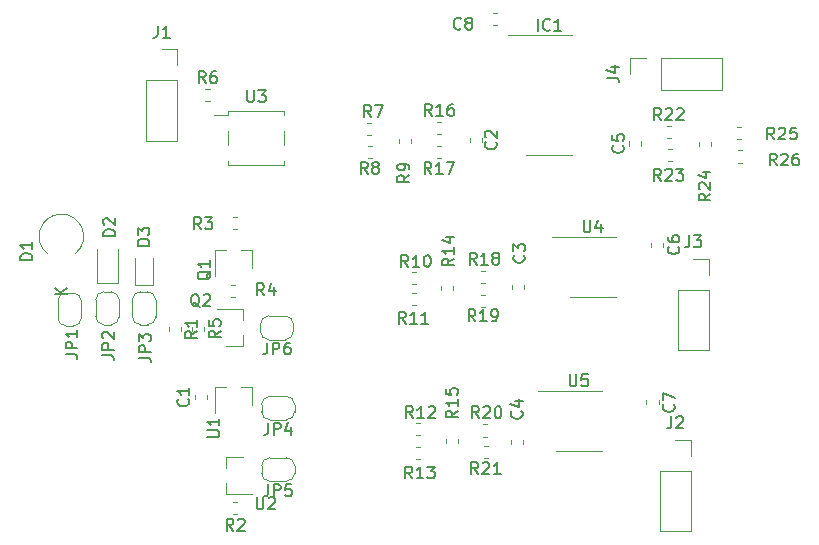
<source format=gto>
G04 #@! TF.GenerationSoftware,KiCad,Pcbnew,(5.1.5-0)*
G04 #@! TF.CreationDate,2021-08-17T13:30:23-06:00*
G04 #@! TF.ProjectId,HX711_710_711_720,48583731-315f-4373-9130-5f3731315f37,rev?*
G04 #@! TF.SameCoordinates,Original*
G04 #@! TF.FileFunction,Legend,Top*
G04 #@! TF.FilePolarity,Positive*
%FSLAX46Y46*%
G04 Gerber Fmt 4.6, Leading zero omitted, Abs format (unit mm)*
G04 Created by KiCad (PCBNEW (5.1.5-0)) date 2021-08-17 13:30:23*
%MOMM*%
%LPD*%
G04 APERTURE LIST*
%ADD10C,0.120000*%
%ADD11C,0.150000*%
G04 APERTURE END LIST*
D10*
X153371267Y-51890000D02*
X153028733Y-51890000D01*
X153371267Y-52910000D02*
X153028733Y-52910000D01*
X160300000Y-83840000D02*
X156850000Y-83840000D01*
X160300000Y-83840000D02*
X162250000Y-83840000D01*
X160300000Y-88960000D02*
X158350000Y-88960000D01*
X160300000Y-88960000D02*
X162250000Y-88960000D01*
X161475000Y-70805000D02*
X158025000Y-70805000D01*
X161475000Y-70805000D02*
X163425000Y-70805000D01*
X161475000Y-75925000D02*
X159525000Y-75925000D01*
X161475000Y-75925000D02*
X163425000Y-75925000D01*
X135350000Y-63050000D02*
X135350000Y-61810000D01*
X130650000Y-63050000D02*
X130650000Y-61810000D01*
X130650000Y-60480000D02*
X130650000Y-60130000D01*
X130650000Y-60130000D02*
X135350000Y-60130000D01*
X135350000Y-60130000D02*
X135350000Y-60480000D01*
X130650000Y-60480000D02*
X129400000Y-60480000D01*
X130650000Y-64380000D02*
X130650000Y-64730000D01*
X130650000Y-64730000D02*
X135350000Y-64730000D01*
X135350000Y-64730000D02*
X135350000Y-64380000D01*
X130440000Y-89420000D02*
X131900000Y-89420000D01*
X130440000Y-92580000D02*
X132600000Y-92580000D01*
X130440000Y-92580000D02*
X130440000Y-91650000D01*
X130440000Y-89420000D02*
X130440000Y-90350000D01*
X132680000Y-83540000D02*
X132680000Y-85000000D01*
X129520000Y-83540000D02*
X129520000Y-85700000D01*
X129520000Y-83540000D02*
X130450000Y-83540000D01*
X132680000Y-83540000D02*
X131750000Y-83540000D01*
X173753733Y-64510000D02*
X174096267Y-64510000D01*
X173753733Y-63490000D02*
X174096267Y-63490000D01*
X173728733Y-62510000D02*
X174071267Y-62510000D01*
X173728733Y-61490000D02*
X174071267Y-61490000D01*
X170490000Y-62753733D02*
X170490000Y-63096267D01*
X171510000Y-62753733D02*
X171510000Y-63096267D01*
X167853733Y-64410000D02*
X168196267Y-64410000D01*
X167853733Y-63390000D02*
X168196267Y-63390000D01*
X167753733Y-62410000D02*
X168096267Y-62410000D01*
X167753733Y-61390000D02*
X168096267Y-61390000D01*
X152596267Y-88490000D02*
X152253733Y-88490000D01*
X152596267Y-89510000D02*
X152253733Y-89510000D01*
X152571267Y-86690000D02*
X152228733Y-86690000D01*
X152571267Y-87710000D02*
X152228733Y-87710000D01*
X152346267Y-75690000D02*
X152003733Y-75690000D01*
X152346267Y-76710000D02*
X152003733Y-76710000D01*
X152346267Y-73690000D02*
X152003733Y-73690000D01*
X152346267Y-74710000D02*
X152003733Y-74710000D01*
X148646267Y-63090000D02*
X148303733Y-63090000D01*
X148646267Y-64110000D02*
X148303733Y-64110000D01*
X148646267Y-61090000D02*
X148303733Y-61090000D01*
X148646267Y-62110000D02*
X148303733Y-62110000D01*
X149090000Y-87928733D02*
X149090000Y-88271267D01*
X150110000Y-87928733D02*
X150110000Y-88271267D01*
X148640000Y-75003733D02*
X148640000Y-75346267D01*
X149660000Y-75003733D02*
X149660000Y-75346267D01*
X146896267Y-88590000D02*
X146553733Y-88590000D01*
X146896267Y-89610000D02*
X146553733Y-89610000D01*
X146896267Y-86590000D02*
X146553733Y-86590000D01*
X146896267Y-87610000D02*
X146553733Y-87610000D01*
X146546267Y-75590000D02*
X146203733Y-75590000D01*
X146546267Y-76610000D02*
X146203733Y-76610000D01*
X146546267Y-73790000D02*
X146203733Y-73790000D01*
X146546267Y-74810000D02*
X146203733Y-74810000D01*
X145090000Y-62528733D02*
X145090000Y-62871267D01*
X146110000Y-62528733D02*
X146110000Y-62871267D01*
X142771267Y-63090000D02*
X142428733Y-63090000D01*
X142771267Y-64110000D02*
X142428733Y-64110000D01*
X142746267Y-61190000D02*
X142403733Y-61190000D01*
X142746267Y-62210000D02*
X142403733Y-62210000D01*
X128703734Y-59275001D02*
X129046268Y-59275001D01*
X128703734Y-58255001D02*
X129046268Y-58255001D01*
X127590000Y-78403733D02*
X127590000Y-78746267D01*
X128610000Y-78403733D02*
X128610000Y-78746267D01*
X131196267Y-74890000D02*
X130853733Y-74890000D01*
X131196267Y-75910000D02*
X130853733Y-75910000D01*
X131371267Y-69090000D02*
X131028733Y-69090000D01*
X131371267Y-70110000D02*
X131028733Y-70110000D01*
X131396267Y-93290000D02*
X131053733Y-93290000D01*
X131396267Y-94310000D02*
X131053733Y-94310000D01*
X125590000Y-78453733D02*
X125590000Y-78796267D01*
X126610000Y-78453733D02*
X126610000Y-78796267D01*
X131860000Y-80080000D02*
X130400000Y-80080000D01*
X131860000Y-76920000D02*
X129700000Y-76920000D01*
X131860000Y-76920000D02*
X131860000Y-77850000D01*
X131860000Y-80080000D02*
X131860000Y-79150000D01*
X132680000Y-71940000D02*
X132680000Y-73400000D01*
X129520000Y-71940000D02*
X129520000Y-74100000D01*
X129520000Y-71940000D02*
X130450000Y-71940000D01*
X132680000Y-71940000D02*
X131750000Y-71940000D01*
X135450000Y-79500000D02*
X134050000Y-79500000D01*
X133350000Y-78800000D02*
X133350000Y-78200000D01*
X134050000Y-77500000D02*
X135450000Y-77500000D01*
X136150000Y-78200000D02*
X136150000Y-78800000D01*
X136150000Y-78800000D02*
G75*
G02X135450000Y-79500000I-700000J0D01*
G01*
X135450000Y-77500000D02*
G75*
G02X136150000Y-78200000I0J-700000D01*
G01*
X133350000Y-78200000D02*
G75*
G02X134050000Y-77500000I700000J0D01*
G01*
X134050000Y-79500000D02*
G75*
G02X133350000Y-78800000I0J700000D01*
G01*
X135550000Y-91500000D02*
X134150000Y-91500000D01*
X133450000Y-90800000D02*
X133450000Y-90200000D01*
X134150000Y-89500000D02*
X135550000Y-89500000D01*
X136250000Y-90200000D02*
X136250000Y-90800000D01*
X136250000Y-90800000D02*
G75*
G02X135550000Y-91500000I-700000J0D01*
G01*
X135550000Y-89500000D02*
G75*
G02X136250000Y-90200000I0J-700000D01*
G01*
X133450000Y-90200000D02*
G75*
G02X134150000Y-89500000I700000J0D01*
G01*
X134150000Y-91500000D02*
G75*
G02X133450000Y-90800000I0J700000D01*
G01*
X135550000Y-86300000D02*
X134150000Y-86300000D01*
X133450000Y-85600000D02*
X133450000Y-85000000D01*
X134150000Y-84300000D02*
X135550000Y-84300000D01*
X136250000Y-85000000D02*
X136250000Y-85600000D01*
X136250000Y-85600000D02*
G75*
G02X135550000Y-86300000I-700000J0D01*
G01*
X135550000Y-84300000D02*
G75*
G02X136250000Y-85000000I0J-700000D01*
G01*
X133450000Y-85000000D02*
G75*
G02X134150000Y-84300000I700000J0D01*
G01*
X134150000Y-86300000D02*
G75*
G02X133450000Y-85600000I0J700000D01*
G01*
X124500000Y-76150000D02*
X124500000Y-77550000D01*
X123800000Y-78250000D02*
X123200000Y-78250000D01*
X122500000Y-77550000D02*
X122500000Y-76150000D01*
X123200000Y-75450000D02*
X123800000Y-75450000D01*
X123800000Y-75450000D02*
G75*
G02X124500000Y-76150000I0J-700000D01*
G01*
X122500000Y-76150000D02*
G75*
G02X123200000Y-75450000I700000J0D01*
G01*
X123200000Y-78250000D02*
G75*
G02X122500000Y-77550000I0J700000D01*
G01*
X124500000Y-77550000D02*
G75*
G02X123800000Y-78250000I-700000J0D01*
G01*
X121400000Y-76150000D02*
X121400000Y-77550000D01*
X120700000Y-78250000D02*
X120100000Y-78250000D01*
X119400000Y-77550000D02*
X119400000Y-76150000D01*
X120100000Y-75450000D02*
X120700000Y-75450000D01*
X120700000Y-75450000D02*
G75*
G02X121400000Y-76150000I0J-700000D01*
G01*
X119400000Y-76150000D02*
G75*
G02X120100000Y-75450000I700000J0D01*
G01*
X120100000Y-78250000D02*
G75*
G02X119400000Y-77550000I0J700000D01*
G01*
X121400000Y-77550000D02*
G75*
G02X120700000Y-78250000I-700000J0D01*
G01*
X118200000Y-76250000D02*
X118200000Y-77650000D01*
X117500000Y-78350000D02*
X116900000Y-78350000D01*
X116200000Y-77650000D02*
X116200000Y-76250000D01*
X116900000Y-75550000D02*
X117500000Y-75550000D01*
X117500000Y-75550000D02*
G75*
G02X118200000Y-76250000I0J-700000D01*
G01*
X116200000Y-76250000D02*
G75*
G02X116900000Y-75550000I700000J0D01*
G01*
X116900000Y-78350000D02*
G75*
G02X116200000Y-77650000I0J700000D01*
G01*
X118200000Y-77650000D02*
G75*
G02X117500000Y-78350000I-700000J0D01*
G01*
X164670000Y-57000000D02*
X164670000Y-55670000D01*
X164670000Y-55670000D02*
X166000000Y-55670000D01*
X167270000Y-55670000D02*
X172410000Y-55670000D01*
X172410000Y-58330000D02*
X172410000Y-55670000D01*
X167270000Y-58330000D02*
X172410000Y-58330000D01*
X167270000Y-58330000D02*
X167270000Y-55670000D01*
X170000000Y-72670000D02*
X171330000Y-72670000D01*
X171330000Y-72670000D02*
X171330000Y-74000000D01*
X171330000Y-75270000D02*
X171330000Y-80410000D01*
X168670000Y-80410000D02*
X171330000Y-80410000D01*
X168670000Y-75270000D02*
X168670000Y-80410000D01*
X168670000Y-75270000D02*
X171330000Y-75270000D01*
X168475001Y-87995001D02*
X169805001Y-87995001D01*
X169805001Y-87995001D02*
X169805001Y-89325001D01*
X169805001Y-90595001D02*
X169805001Y-95735001D01*
X167145001Y-95735001D02*
X169805001Y-95735001D01*
X167145001Y-90595001D02*
X167145001Y-95735001D01*
X167145001Y-90595001D02*
X169805001Y-90595001D01*
X125000000Y-54940000D02*
X126330000Y-54940000D01*
X126330000Y-54940000D02*
X126330000Y-56270000D01*
X126330000Y-57540000D02*
X126330000Y-62680000D01*
X123670000Y-62680000D02*
X126330000Y-62680000D01*
X123670000Y-57540000D02*
X123670000Y-62680000D01*
X123670000Y-57540000D02*
X126330000Y-57540000D01*
X157800000Y-53740000D02*
X154350000Y-53740000D01*
X157800000Y-53740000D02*
X159750000Y-53740000D01*
X157800000Y-63860000D02*
X155850000Y-63860000D01*
X157800000Y-63860000D02*
X159750000Y-63860000D01*
X124235000Y-74872500D02*
X124235000Y-72587500D01*
X122765000Y-74872500D02*
X124235000Y-74872500D01*
X122765000Y-72587500D02*
X122765000Y-74872500D01*
X121310000Y-74747500D02*
X121310000Y-71862500D01*
X119490000Y-74747500D02*
X121310000Y-74747500D01*
X119490000Y-71862500D02*
X119490000Y-74747500D01*
X117694732Y-72216371D02*
G75*
G03X115380000Y-72274596I-1194732J1456371D01*
G01*
X166040000Y-84653733D02*
X166040000Y-84996267D01*
X167060000Y-84653733D02*
X167060000Y-84996267D01*
X166440000Y-71303733D02*
X166440000Y-71646267D01*
X167460000Y-71303733D02*
X167460000Y-71646267D01*
X165610000Y-63071267D02*
X165610000Y-62728733D01*
X164590000Y-63071267D02*
X164590000Y-62728733D01*
X155610000Y-88371267D02*
X155610000Y-88028733D01*
X154590000Y-88371267D02*
X154590000Y-88028733D01*
X155710000Y-75196267D02*
X155710000Y-74853733D01*
X154690000Y-75196267D02*
X154690000Y-74853733D01*
X152110000Y-62771267D02*
X152110000Y-62428733D01*
X151090000Y-62771267D02*
X151090000Y-62428733D01*
X128810000Y-84546267D02*
X128810000Y-84203733D01*
X127790000Y-84546267D02*
X127790000Y-84203733D01*
D11*
X150333333Y-53157142D02*
X150285714Y-53204761D01*
X150142857Y-53252380D01*
X150047619Y-53252380D01*
X149904761Y-53204761D01*
X149809523Y-53109523D01*
X149761904Y-53014285D01*
X149714285Y-52823809D01*
X149714285Y-52680952D01*
X149761904Y-52490476D01*
X149809523Y-52395238D01*
X149904761Y-52300000D01*
X150047619Y-52252380D01*
X150142857Y-52252380D01*
X150285714Y-52300000D01*
X150333333Y-52347619D01*
X150904761Y-52680952D02*
X150809523Y-52633333D01*
X150761904Y-52585714D01*
X150714285Y-52490476D01*
X150714285Y-52442857D01*
X150761904Y-52347619D01*
X150809523Y-52300000D01*
X150904761Y-52252380D01*
X151095238Y-52252380D01*
X151190476Y-52300000D01*
X151238095Y-52347619D01*
X151285714Y-52442857D01*
X151285714Y-52490476D01*
X151238095Y-52585714D01*
X151190476Y-52633333D01*
X151095238Y-52680952D01*
X150904761Y-52680952D01*
X150809523Y-52728571D01*
X150761904Y-52776190D01*
X150714285Y-52871428D01*
X150714285Y-53061904D01*
X150761904Y-53157142D01*
X150809523Y-53204761D01*
X150904761Y-53252380D01*
X151095238Y-53252380D01*
X151190476Y-53204761D01*
X151238095Y-53157142D01*
X151285714Y-53061904D01*
X151285714Y-52871428D01*
X151238095Y-52776190D01*
X151190476Y-52728571D01*
X151095238Y-52680952D01*
X159538095Y-82452380D02*
X159538095Y-83261904D01*
X159585714Y-83357142D01*
X159633333Y-83404761D01*
X159728571Y-83452380D01*
X159919047Y-83452380D01*
X160014285Y-83404761D01*
X160061904Y-83357142D01*
X160109523Y-83261904D01*
X160109523Y-82452380D01*
X161061904Y-82452380D02*
X160585714Y-82452380D01*
X160538095Y-82928571D01*
X160585714Y-82880952D01*
X160680952Y-82833333D01*
X160919047Y-82833333D01*
X161014285Y-82880952D01*
X161061904Y-82928571D01*
X161109523Y-83023809D01*
X161109523Y-83261904D01*
X161061904Y-83357142D01*
X161014285Y-83404761D01*
X160919047Y-83452380D01*
X160680952Y-83452380D01*
X160585714Y-83404761D01*
X160538095Y-83357142D01*
X160713095Y-69417380D02*
X160713095Y-70226904D01*
X160760714Y-70322142D01*
X160808333Y-70369761D01*
X160903571Y-70417380D01*
X161094047Y-70417380D01*
X161189285Y-70369761D01*
X161236904Y-70322142D01*
X161284523Y-70226904D01*
X161284523Y-69417380D01*
X162189285Y-69750714D02*
X162189285Y-70417380D01*
X161951190Y-69369761D02*
X161713095Y-70084047D01*
X162332142Y-70084047D01*
X132238095Y-58382380D02*
X132238095Y-59191904D01*
X132285714Y-59287142D01*
X132333333Y-59334761D01*
X132428571Y-59382380D01*
X132619047Y-59382380D01*
X132714285Y-59334761D01*
X132761904Y-59287142D01*
X132809523Y-59191904D01*
X132809523Y-58382380D01*
X133190476Y-58382380D02*
X133809523Y-58382380D01*
X133476190Y-58763333D01*
X133619047Y-58763333D01*
X133714285Y-58810952D01*
X133761904Y-58858571D01*
X133809523Y-58953809D01*
X133809523Y-59191904D01*
X133761904Y-59287142D01*
X133714285Y-59334761D01*
X133619047Y-59382380D01*
X133333333Y-59382380D01*
X133238095Y-59334761D01*
X133190476Y-59287142D01*
X133038095Y-92852380D02*
X133038095Y-93661904D01*
X133085714Y-93757142D01*
X133133333Y-93804761D01*
X133228571Y-93852380D01*
X133419047Y-93852380D01*
X133514285Y-93804761D01*
X133561904Y-93757142D01*
X133609523Y-93661904D01*
X133609523Y-92852380D01*
X134038095Y-92947619D02*
X134085714Y-92900000D01*
X134180952Y-92852380D01*
X134419047Y-92852380D01*
X134514285Y-92900000D01*
X134561904Y-92947619D01*
X134609523Y-93042857D01*
X134609523Y-93138095D01*
X134561904Y-93280952D01*
X133990476Y-93852380D01*
X134609523Y-93852380D01*
X128852380Y-87761904D02*
X129661904Y-87761904D01*
X129757142Y-87714285D01*
X129804761Y-87666666D01*
X129852380Y-87571428D01*
X129852380Y-87380952D01*
X129804761Y-87285714D01*
X129757142Y-87238095D01*
X129661904Y-87190476D01*
X128852380Y-87190476D01*
X129852380Y-86190476D02*
X129852380Y-86761904D01*
X129852380Y-86476190D02*
X128852380Y-86476190D01*
X128995238Y-86571428D01*
X129090476Y-86666666D01*
X129138095Y-86761904D01*
X177057142Y-64752380D02*
X176723809Y-64276190D01*
X176485714Y-64752380D02*
X176485714Y-63752380D01*
X176866666Y-63752380D01*
X176961904Y-63800000D01*
X177009523Y-63847619D01*
X177057142Y-63942857D01*
X177057142Y-64085714D01*
X177009523Y-64180952D01*
X176961904Y-64228571D01*
X176866666Y-64276190D01*
X176485714Y-64276190D01*
X177438095Y-63847619D02*
X177485714Y-63800000D01*
X177580952Y-63752380D01*
X177819047Y-63752380D01*
X177914285Y-63800000D01*
X177961904Y-63847619D01*
X178009523Y-63942857D01*
X178009523Y-64038095D01*
X177961904Y-64180952D01*
X177390476Y-64752380D01*
X178009523Y-64752380D01*
X178866666Y-63752380D02*
X178676190Y-63752380D01*
X178580952Y-63800000D01*
X178533333Y-63847619D01*
X178438095Y-63990476D01*
X178390476Y-64180952D01*
X178390476Y-64561904D01*
X178438095Y-64657142D01*
X178485714Y-64704761D01*
X178580952Y-64752380D01*
X178771428Y-64752380D01*
X178866666Y-64704761D01*
X178914285Y-64657142D01*
X178961904Y-64561904D01*
X178961904Y-64323809D01*
X178914285Y-64228571D01*
X178866666Y-64180952D01*
X178771428Y-64133333D01*
X178580952Y-64133333D01*
X178485714Y-64180952D01*
X178438095Y-64228571D01*
X178390476Y-64323809D01*
X176857142Y-62552380D02*
X176523809Y-62076190D01*
X176285714Y-62552380D02*
X176285714Y-61552380D01*
X176666666Y-61552380D01*
X176761904Y-61600000D01*
X176809523Y-61647619D01*
X176857142Y-61742857D01*
X176857142Y-61885714D01*
X176809523Y-61980952D01*
X176761904Y-62028571D01*
X176666666Y-62076190D01*
X176285714Y-62076190D01*
X177238095Y-61647619D02*
X177285714Y-61600000D01*
X177380952Y-61552380D01*
X177619047Y-61552380D01*
X177714285Y-61600000D01*
X177761904Y-61647619D01*
X177809523Y-61742857D01*
X177809523Y-61838095D01*
X177761904Y-61980952D01*
X177190476Y-62552380D01*
X177809523Y-62552380D01*
X178714285Y-61552380D02*
X178238095Y-61552380D01*
X178190476Y-62028571D01*
X178238095Y-61980952D01*
X178333333Y-61933333D01*
X178571428Y-61933333D01*
X178666666Y-61980952D01*
X178714285Y-62028571D01*
X178761904Y-62123809D01*
X178761904Y-62361904D01*
X178714285Y-62457142D01*
X178666666Y-62504761D01*
X178571428Y-62552380D01*
X178333333Y-62552380D01*
X178238095Y-62504761D01*
X178190476Y-62457142D01*
X171452380Y-67142857D02*
X170976190Y-67476190D01*
X171452380Y-67714285D02*
X170452380Y-67714285D01*
X170452380Y-67333333D01*
X170500000Y-67238095D01*
X170547619Y-67190476D01*
X170642857Y-67142857D01*
X170785714Y-67142857D01*
X170880952Y-67190476D01*
X170928571Y-67238095D01*
X170976190Y-67333333D01*
X170976190Y-67714285D01*
X170547619Y-66761904D02*
X170500000Y-66714285D01*
X170452380Y-66619047D01*
X170452380Y-66380952D01*
X170500000Y-66285714D01*
X170547619Y-66238095D01*
X170642857Y-66190476D01*
X170738095Y-66190476D01*
X170880952Y-66238095D01*
X171452380Y-66809523D01*
X171452380Y-66190476D01*
X170785714Y-65333333D02*
X171452380Y-65333333D01*
X170404761Y-65571428D02*
X171119047Y-65809523D01*
X171119047Y-65190476D01*
X167257142Y-66052380D02*
X166923809Y-65576190D01*
X166685714Y-66052380D02*
X166685714Y-65052380D01*
X167066666Y-65052380D01*
X167161904Y-65100000D01*
X167209523Y-65147619D01*
X167257142Y-65242857D01*
X167257142Y-65385714D01*
X167209523Y-65480952D01*
X167161904Y-65528571D01*
X167066666Y-65576190D01*
X166685714Y-65576190D01*
X167638095Y-65147619D02*
X167685714Y-65100000D01*
X167780952Y-65052380D01*
X168019047Y-65052380D01*
X168114285Y-65100000D01*
X168161904Y-65147619D01*
X168209523Y-65242857D01*
X168209523Y-65338095D01*
X168161904Y-65480952D01*
X167590476Y-66052380D01*
X168209523Y-66052380D01*
X168542857Y-65052380D02*
X169161904Y-65052380D01*
X168828571Y-65433333D01*
X168971428Y-65433333D01*
X169066666Y-65480952D01*
X169114285Y-65528571D01*
X169161904Y-65623809D01*
X169161904Y-65861904D01*
X169114285Y-65957142D01*
X169066666Y-66004761D01*
X168971428Y-66052380D01*
X168685714Y-66052380D01*
X168590476Y-66004761D01*
X168542857Y-65957142D01*
X167282142Y-60922380D02*
X166948809Y-60446190D01*
X166710714Y-60922380D02*
X166710714Y-59922380D01*
X167091666Y-59922380D01*
X167186904Y-59970000D01*
X167234523Y-60017619D01*
X167282142Y-60112857D01*
X167282142Y-60255714D01*
X167234523Y-60350952D01*
X167186904Y-60398571D01*
X167091666Y-60446190D01*
X166710714Y-60446190D01*
X167663095Y-60017619D02*
X167710714Y-59970000D01*
X167805952Y-59922380D01*
X168044047Y-59922380D01*
X168139285Y-59970000D01*
X168186904Y-60017619D01*
X168234523Y-60112857D01*
X168234523Y-60208095D01*
X168186904Y-60350952D01*
X167615476Y-60922380D01*
X168234523Y-60922380D01*
X168615476Y-60017619D02*
X168663095Y-59970000D01*
X168758333Y-59922380D01*
X168996428Y-59922380D01*
X169091666Y-59970000D01*
X169139285Y-60017619D01*
X169186904Y-60112857D01*
X169186904Y-60208095D01*
X169139285Y-60350952D01*
X168567857Y-60922380D01*
X169186904Y-60922380D01*
X151782142Y-90882380D02*
X151448809Y-90406190D01*
X151210714Y-90882380D02*
X151210714Y-89882380D01*
X151591666Y-89882380D01*
X151686904Y-89930000D01*
X151734523Y-89977619D01*
X151782142Y-90072857D01*
X151782142Y-90215714D01*
X151734523Y-90310952D01*
X151686904Y-90358571D01*
X151591666Y-90406190D01*
X151210714Y-90406190D01*
X152163095Y-89977619D02*
X152210714Y-89930000D01*
X152305952Y-89882380D01*
X152544047Y-89882380D01*
X152639285Y-89930000D01*
X152686904Y-89977619D01*
X152734523Y-90072857D01*
X152734523Y-90168095D01*
X152686904Y-90310952D01*
X152115476Y-90882380D01*
X152734523Y-90882380D01*
X153686904Y-90882380D02*
X153115476Y-90882380D01*
X153401190Y-90882380D02*
X153401190Y-89882380D01*
X153305952Y-90025238D01*
X153210714Y-90120476D01*
X153115476Y-90168095D01*
X151857142Y-86152380D02*
X151523809Y-85676190D01*
X151285714Y-86152380D02*
X151285714Y-85152380D01*
X151666666Y-85152380D01*
X151761904Y-85200000D01*
X151809523Y-85247619D01*
X151857142Y-85342857D01*
X151857142Y-85485714D01*
X151809523Y-85580952D01*
X151761904Y-85628571D01*
X151666666Y-85676190D01*
X151285714Y-85676190D01*
X152238095Y-85247619D02*
X152285714Y-85200000D01*
X152380952Y-85152380D01*
X152619047Y-85152380D01*
X152714285Y-85200000D01*
X152761904Y-85247619D01*
X152809523Y-85342857D01*
X152809523Y-85438095D01*
X152761904Y-85580952D01*
X152190476Y-86152380D01*
X152809523Y-86152380D01*
X153428571Y-85152380D02*
X153523809Y-85152380D01*
X153619047Y-85200000D01*
X153666666Y-85247619D01*
X153714285Y-85342857D01*
X153761904Y-85533333D01*
X153761904Y-85771428D01*
X153714285Y-85961904D01*
X153666666Y-86057142D01*
X153619047Y-86104761D01*
X153523809Y-86152380D01*
X153428571Y-86152380D01*
X153333333Y-86104761D01*
X153285714Y-86057142D01*
X153238095Y-85961904D01*
X153190476Y-85771428D01*
X153190476Y-85533333D01*
X153238095Y-85342857D01*
X153285714Y-85247619D01*
X153333333Y-85200000D01*
X153428571Y-85152380D01*
X151557142Y-77952380D02*
X151223809Y-77476190D01*
X150985714Y-77952380D02*
X150985714Y-76952380D01*
X151366666Y-76952380D01*
X151461904Y-77000000D01*
X151509523Y-77047619D01*
X151557142Y-77142857D01*
X151557142Y-77285714D01*
X151509523Y-77380952D01*
X151461904Y-77428571D01*
X151366666Y-77476190D01*
X150985714Y-77476190D01*
X152509523Y-77952380D02*
X151938095Y-77952380D01*
X152223809Y-77952380D02*
X152223809Y-76952380D01*
X152128571Y-77095238D01*
X152033333Y-77190476D01*
X151938095Y-77238095D01*
X152985714Y-77952380D02*
X153176190Y-77952380D01*
X153271428Y-77904761D01*
X153319047Y-77857142D01*
X153414285Y-77714285D01*
X153461904Y-77523809D01*
X153461904Y-77142857D01*
X153414285Y-77047619D01*
X153366666Y-77000000D01*
X153271428Y-76952380D01*
X153080952Y-76952380D01*
X152985714Y-77000000D01*
X152938095Y-77047619D01*
X152890476Y-77142857D01*
X152890476Y-77380952D01*
X152938095Y-77476190D01*
X152985714Y-77523809D01*
X153080952Y-77571428D01*
X153271428Y-77571428D01*
X153366666Y-77523809D01*
X153414285Y-77476190D01*
X153461904Y-77380952D01*
X151657142Y-73152380D02*
X151323809Y-72676190D01*
X151085714Y-73152380D02*
X151085714Y-72152380D01*
X151466666Y-72152380D01*
X151561904Y-72200000D01*
X151609523Y-72247619D01*
X151657142Y-72342857D01*
X151657142Y-72485714D01*
X151609523Y-72580952D01*
X151561904Y-72628571D01*
X151466666Y-72676190D01*
X151085714Y-72676190D01*
X152609523Y-73152380D02*
X152038095Y-73152380D01*
X152323809Y-73152380D02*
X152323809Y-72152380D01*
X152228571Y-72295238D01*
X152133333Y-72390476D01*
X152038095Y-72438095D01*
X153180952Y-72580952D02*
X153085714Y-72533333D01*
X153038095Y-72485714D01*
X152990476Y-72390476D01*
X152990476Y-72342857D01*
X153038095Y-72247619D01*
X153085714Y-72200000D01*
X153180952Y-72152380D01*
X153371428Y-72152380D01*
X153466666Y-72200000D01*
X153514285Y-72247619D01*
X153561904Y-72342857D01*
X153561904Y-72390476D01*
X153514285Y-72485714D01*
X153466666Y-72533333D01*
X153371428Y-72580952D01*
X153180952Y-72580952D01*
X153085714Y-72628571D01*
X153038095Y-72676190D01*
X152990476Y-72771428D01*
X152990476Y-72961904D01*
X153038095Y-73057142D01*
X153085714Y-73104761D01*
X153180952Y-73152380D01*
X153371428Y-73152380D01*
X153466666Y-73104761D01*
X153514285Y-73057142D01*
X153561904Y-72961904D01*
X153561904Y-72771428D01*
X153514285Y-72676190D01*
X153466666Y-72628571D01*
X153371428Y-72580952D01*
X147832142Y-65482380D02*
X147498809Y-65006190D01*
X147260714Y-65482380D02*
X147260714Y-64482380D01*
X147641666Y-64482380D01*
X147736904Y-64530000D01*
X147784523Y-64577619D01*
X147832142Y-64672857D01*
X147832142Y-64815714D01*
X147784523Y-64910952D01*
X147736904Y-64958571D01*
X147641666Y-65006190D01*
X147260714Y-65006190D01*
X148784523Y-65482380D02*
X148213095Y-65482380D01*
X148498809Y-65482380D02*
X148498809Y-64482380D01*
X148403571Y-64625238D01*
X148308333Y-64720476D01*
X148213095Y-64768095D01*
X149117857Y-64482380D02*
X149784523Y-64482380D01*
X149355952Y-65482380D01*
X147857142Y-60552380D02*
X147523809Y-60076190D01*
X147285714Y-60552380D02*
X147285714Y-59552380D01*
X147666666Y-59552380D01*
X147761904Y-59600000D01*
X147809523Y-59647619D01*
X147857142Y-59742857D01*
X147857142Y-59885714D01*
X147809523Y-59980952D01*
X147761904Y-60028571D01*
X147666666Y-60076190D01*
X147285714Y-60076190D01*
X148809523Y-60552380D02*
X148238095Y-60552380D01*
X148523809Y-60552380D02*
X148523809Y-59552380D01*
X148428571Y-59695238D01*
X148333333Y-59790476D01*
X148238095Y-59838095D01*
X149666666Y-59552380D02*
X149476190Y-59552380D01*
X149380952Y-59600000D01*
X149333333Y-59647619D01*
X149238095Y-59790476D01*
X149190476Y-59980952D01*
X149190476Y-60361904D01*
X149238095Y-60457142D01*
X149285714Y-60504761D01*
X149380952Y-60552380D01*
X149571428Y-60552380D01*
X149666666Y-60504761D01*
X149714285Y-60457142D01*
X149761904Y-60361904D01*
X149761904Y-60123809D01*
X149714285Y-60028571D01*
X149666666Y-59980952D01*
X149571428Y-59933333D01*
X149380952Y-59933333D01*
X149285714Y-59980952D01*
X149238095Y-60028571D01*
X149190476Y-60123809D01*
X150052380Y-85517857D02*
X149576190Y-85851190D01*
X150052380Y-86089285D02*
X149052380Y-86089285D01*
X149052380Y-85708333D01*
X149100000Y-85613095D01*
X149147619Y-85565476D01*
X149242857Y-85517857D01*
X149385714Y-85517857D01*
X149480952Y-85565476D01*
X149528571Y-85613095D01*
X149576190Y-85708333D01*
X149576190Y-86089285D01*
X150052380Y-84565476D02*
X150052380Y-85136904D01*
X150052380Y-84851190D02*
X149052380Y-84851190D01*
X149195238Y-84946428D01*
X149290476Y-85041666D01*
X149338095Y-85136904D01*
X149052380Y-83660714D02*
X149052380Y-84136904D01*
X149528571Y-84184523D01*
X149480952Y-84136904D01*
X149433333Y-84041666D01*
X149433333Y-83803571D01*
X149480952Y-83708333D01*
X149528571Y-83660714D01*
X149623809Y-83613095D01*
X149861904Y-83613095D01*
X149957142Y-83660714D01*
X150004761Y-83708333D01*
X150052380Y-83803571D01*
X150052380Y-84041666D01*
X150004761Y-84136904D01*
X149957142Y-84184523D01*
X149752380Y-72642857D02*
X149276190Y-72976190D01*
X149752380Y-73214285D02*
X148752380Y-73214285D01*
X148752380Y-72833333D01*
X148800000Y-72738095D01*
X148847619Y-72690476D01*
X148942857Y-72642857D01*
X149085714Y-72642857D01*
X149180952Y-72690476D01*
X149228571Y-72738095D01*
X149276190Y-72833333D01*
X149276190Y-73214285D01*
X149752380Y-71690476D02*
X149752380Y-72261904D01*
X149752380Y-71976190D02*
X148752380Y-71976190D01*
X148895238Y-72071428D01*
X148990476Y-72166666D01*
X149038095Y-72261904D01*
X149085714Y-70833333D02*
X149752380Y-70833333D01*
X148704761Y-71071428D02*
X149419047Y-71309523D01*
X149419047Y-70690476D01*
X146207142Y-91252380D02*
X145873809Y-90776190D01*
X145635714Y-91252380D02*
X145635714Y-90252380D01*
X146016666Y-90252380D01*
X146111904Y-90300000D01*
X146159523Y-90347619D01*
X146207142Y-90442857D01*
X146207142Y-90585714D01*
X146159523Y-90680952D01*
X146111904Y-90728571D01*
X146016666Y-90776190D01*
X145635714Y-90776190D01*
X147159523Y-91252380D02*
X146588095Y-91252380D01*
X146873809Y-91252380D02*
X146873809Y-90252380D01*
X146778571Y-90395238D01*
X146683333Y-90490476D01*
X146588095Y-90538095D01*
X147492857Y-90252380D02*
X148111904Y-90252380D01*
X147778571Y-90633333D01*
X147921428Y-90633333D01*
X148016666Y-90680952D01*
X148064285Y-90728571D01*
X148111904Y-90823809D01*
X148111904Y-91061904D01*
X148064285Y-91157142D01*
X148016666Y-91204761D01*
X147921428Y-91252380D01*
X147635714Y-91252380D01*
X147540476Y-91204761D01*
X147492857Y-91157142D01*
X146257142Y-86152380D02*
X145923809Y-85676190D01*
X145685714Y-86152380D02*
X145685714Y-85152380D01*
X146066666Y-85152380D01*
X146161904Y-85200000D01*
X146209523Y-85247619D01*
X146257142Y-85342857D01*
X146257142Y-85485714D01*
X146209523Y-85580952D01*
X146161904Y-85628571D01*
X146066666Y-85676190D01*
X145685714Y-85676190D01*
X147209523Y-86152380D02*
X146638095Y-86152380D01*
X146923809Y-86152380D02*
X146923809Y-85152380D01*
X146828571Y-85295238D01*
X146733333Y-85390476D01*
X146638095Y-85438095D01*
X147590476Y-85247619D02*
X147638095Y-85200000D01*
X147733333Y-85152380D01*
X147971428Y-85152380D01*
X148066666Y-85200000D01*
X148114285Y-85247619D01*
X148161904Y-85342857D01*
X148161904Y-85438095D01*
X148114285Y-85580952D01*
X147542857Y-86152380D01*
X148161904Y-86152380D01*
X145657142Y-78152380D02*
X145323809Y-77676190D01*
X145085714Y-78152380D02*
X145085714Y-77152380D01*
X145466666Y-77152380D01*
X145561904Y-77200000D01*
X145609523Y-77247619D01*
X145657142Y-77342857D01*
X145657142Y-77485714D01*
X145609523Y-77580952D01*
X145561904Y-77628571D01*
X145466666Y-77676190D01*
X145085714Y-77676190D01*
X146609523Y-78152380D02*
X146038095Y-78152380D01*
X146323809Y-78152380D02*
X146323809Y-77152380D01*
X146228571Y-77295238D01*
X146133333Y-77390476D01*
X146038095Y-77438095D01*
X147561904Y-78152380D02*
X146990476Y-78152380D01*
X147276190Y-78152380D02*
X147276190Y-77152380D01*
X147180952Y-77295238D01*
X147085714Y-77390476D01*
X146990476Y-77438095D01*
X145857142Y-73352380D02*
X145523809Y-72876190D01*
X145285714Y-73352380D02*
X145285714Y-72352380D01*
X145666666Y-72352380D01*
X145761904Y-72400000D01*
X145809523Y-72447619D01*
X145857142Y-72542857D01*
X145857142Y-72685714D01*
X145809523Y-72780952D01*
X145761904Y-72828571D01*
X145666666Y-72876190D01*
X145285714Y-72876190D01*
X146809523Y-73352380D02*
X146238095Y-73352380D01*
X146523809Y-73352380D02*
X146523809Y-72352380D01*
X146428571Y-72495238D01*
X146333333Y-72590476D01*
X146238095Y-72638095D01*
X147428571Y-72352380D02*
X147523809Y-72352380D01*
X147619047Y-72400000D01*
X147666666Y-72447619D01*
X147714285Y-72542857D01*
X147761904Y-72733333D01*
X147761904Y-72971428D01*
X147714285Y-73161904D01*
X147666666Y-73257142D01*
X147619047Y-73304761D01*
X147523809Y-73352380D01*
X147428571Y-73352380D01*
X147333333Y-73304761D01*
X147285714Y-73257142D01*
X147238095Y-73161904D01*
X147190476Y-72971428D01*
X147190476Y-72733333D01*
X147238095Y-72542857D01*
X147285714Y-72447619D01*
X147333333Y-72400000D01*
X147428571Y-72352380D01*
X145952380Y-65566666D02*
X145476190Y-65900000D01*
X145952380Y-66138095D02*
X144952380Y-66138095D01*
X144952380Y-65757142D01*
X145000000Y-65661904D01*
X145047619Y-65614285D01*
X145142857Y-65566666D01*
X145285714Y-65566666D01*
X145380952Y-65614285D01*
X145428571Y-65661904D01*
X145476190Y-65757142D01*
X145476190Y-66138095D01*
X145952380Y-65090476D02*
X145952380Y-64900000D01*
X145904761Y-64804761D01*
X145857142Y-64757142D01*
X145714285Y-64661904D01*
X145523809Y-64614285D01*
X145142857Y-64614285D01*
X145047619Y-64661904D01*
X145000000Y-64709523D01*
X144952380Y-64804761D01*
X144952380Y-64995238D01*
X145000000Y-65090476D01*
X145047619Y-65138095D01*
X145142857Y-65185714D01*
X145380952Y-65185714D01*
X145476190Y-65138095D01*
X145523809Y-65090476D01*
X145571428Y-64995238D01*
X145571428Y-64804761D01*
X145523809Y-64709523D01*
X145476190Y-64661904D01*
X145380952Y-64614285D01*
X142433333Y-65482380D02*
X142100000Y-65006190D01*
X141861904Y-65482380D02*
X141861904Y-64482380D01*
X142242857Y-64482380D01*
X142338095Y-64530000D01*
X142385714Y-64577619D01*
X142433333Y-64672857D01*
X142433333Y-64815714D01*
X142385714Y-64910952D01*
X142338095Y-64958571D01*
X142242857Y-65006190D01*
X141861904Y-65006190D01*
X143004761Y-64910952D02*
X142909523Y-64863333D01*
X142861904Y-64815714D01*
X142814285Y-64720476D01*
X142814285Y-64672857D01*
X142861904Y-64577619D01*
X142909523Y-64530000D01*
X143004761Y-64482380D01*
X143195238Y-64482380D01*
X143290476Y-64530000D01*
X143338095Y-64577619D01*
X143385714Y-64672857D01*
X143385714Y-64720476D01*
X143338095Y-64815714D01*
X143290476Y-64863333D01*
X143195238Y-64910952D01*
X143004761Y-64910952D01*
X142909523Y-64958571D01*
X142861904Y-65006190D01*
X142814285Y-65101428D01*
X142814285Y-65291904D01*
X142861904Y-65387142D01*
X142909523Y-65434761D01*
X143004761Y-65482380D01*
X143195238Y-65482380D01*
X143290476Y-65434761D01*
X143338095Y-65387142D01*
X143385714Y-65291904D01*
X143385714Y-65101428D01*
X143338095Y-65006190D01*
X143290476Y-64958571D01*
X143195238Y-64910952D01*
X142733333Y-60652380D02*
X142400000Y-60176190D01*
X142161904Y-60652380D02*
X142161904Y-59652380D01*
X142542857Y-59652380D01*
X142638095Y-59700000D01*
X142685714Y-59747619D01*
X142733333Y-59842857D01*
X142733333Y-59985714D01*
X142685714Y-60080952D01*
X142638095Y-60128571D01*
X142542857Y-60176190D01*
X142161904Y-60176190D01*
X143066666Y-59652380D02*
X143733333Y-59652380D01*
X143304761Y-60652380D01*
X128708334Y-57787381D02*
X128375001Y-57311191D01*
X128136905Y-57787381D02*
X128136905Y-56787381D01*
X128517858Y-56787381D01*
X128613096Y-56835001D01*
X128660715Y-56882620D01*
X128708334Y-56977858D01*
X128708334Y-57120715D01*
X128660715Y-57215953D01*
X128613096Y-57263572D01*
X128517858Y-57311191D01*
X128136905Y-57311191D01*
X129565477Y-56787381D02*
X129375001Y-56787381D01*
X129279762Y-56835001D01*
X129232143Y-56882620D01*
X129136905Y-57025477D01*
X129089286Y-57215953D01*
X129089286Y-57596905D01*
X129136905Y-57692143D01*
X129184524Y-57739762D01*
X129279762Y-57787381D01*
X129470239Y-57787381D01*
X129565477Y-57739762D01*
X129613096Y-57692143D01*
X129660715Y-57596905D01*
X129660715Y-57358810D01*
X129613096Y-57263572D01*
X129565477Y-57215953D01*
X129470239Y-57168334D01*
X129279762Y-57168334D01*
X129184524Y-57215953D01*
X129136905Y-57263572D01*
X129089286Y-57358810D01*
X129982380Y-78741666D02*
X129506190Y-79075000D01*
X129982380Y-79313095D02*
X128982380Y-79313095D01*
X128982380Y-78932142D01*
X129030000Y-78836904D01*
X129077619Y-78789285D01*
X129172857Y-78741666D01*
X129315714Y-78741666D01*
X129410952Y-78789285D01*
X129458571Y-78836904D01*
X129506190Y-78932142D01*
X129506190Y-79313095D01*
X128982380Y-77836904D02*
X128982380Y-78313095D01*
X129458571Y-78360714D01*
X129410952Y-78313095D01*
X129363333Y-78217857D01*
X129363333Y-77979761D01*
X129410952Y-77884523D01*
X129458571Y-77836904D01*
X129553809Y-77789285D01*
X129791904Y-77789285D01*
X129887142Y-77836904D01*
X129934761Y-77884523D01*
X129982380Y-77979761D01*
X129982380Y-78217857D01*
X129934761Y-78313095D01*
X129887142Y-78360714D01*
X133658333Y-75752380D02*
X133325000Y-75276190D01*
X133086904Y-75752380D02*
X133086904Y-74752380D01*
X133467857Y-74752380D01*
X133563095Y-74800000D01*
X133610714Y-74847619D01*
X133658333Y-74942857D01*
X133658333Y-75085714D01*
X133610714Y-75180952D01*
X133563095Y-75228571D01*
X133467857Y-75276190D01*
X133086904Y-75276190D01*
X134515476Y-75085714D02*
X134515476Y-75752380D01*
X134277380Y-74704761D02*
X134039285Y-75419047D01*
X134658333Y-75419047D01*
X128333333Y-70152380D02*
X128000000Y-69676190D01*
X127761904Y-70152380D02*
X127761904Y-69152380D01*
X128142857Y-69152380D01*
X128238095Y-69200000D01*
X128285714Y-69247619D01*
X128333333Y-69342857D01*
X128333333Y-69485714D01*
X128285714Y-69580952D01*
X128238095Y-69628571D01*
X128142857Y-69676190D01*
X127761904Y-69676190D01*
X128666666Y-69152380D02*
X129285714Y-69152380D01*
X128952380Y-69533333D01*
X129095238Y-69533333D01*
X129190476Y-69580952D01*
X129238095Y-69628571D01*
X129285714Y-69723809D01*
X129285714Y-69961904D01*
X129238095Y-70057142D01*
X129190476Y-70104761D01*
X129095238Y-70152380D01*
X128809523Y-70152380D01*
X128714285Y-70104761D01*
X128666666Y-70057142D01*
X131058333Y-95682380D02*
X130725000Y-95206190D01*
X130486904Y-95682380D02*
X130486904Y-94682380D01*
X130867857Y-94682380D01*
X130963095Y-94730000D01*
X131010714Y-94777619D01*
X131058333Y-94872857D01*
X131058333Y-95015714D01*
X131010714Y-95110952D01*
X130963095Y-95158571D01*
X130867857Y-95206190D01*
X130486904Y-95206190D01*
X131439285Y-94777619D02*
X131486904Y-94730000D01*
X131582142Y-94682380D01*
X131820238Y-94682380D01*
X131915476Y-94730000D01*
X131963095Y-94777619D01*
X132010714Y-94872857D01*
X132010714Y-94968095D01*
X131963095Y-95110952D01*
X131391666Y-95682380D01*
X132010714Y-95682380D01*
X127982380Y-78791666D02*
X127506190Y-79125000D01*
X127982380Y-79363095D02*
X126982380Y-79363095D01*
X126982380Y-78982142D01*
X127030000Y-78886904D01*
X127077619Y-78839285D01*
X127172857Y-78791666D01*
X127315714Y-78791666D01*
X127410952Y-78839285D01*
X127458571Y-78886904D01*
X127506190Y-78982142D01*
X127506190Y-79363095D01*
X127982380Y-77839285D02*
X127982380Y-78410714D01*
X127982380Y-78125000D02*
X126982380Y-78125000D01*
X127125238Y-78220238D01*
X127220476Y-78315476D01*
X127268095Y-78410714D01*
X128204761Y-76747619D02*
X128109523Y-76700000D01*
X128014285Y-76604761D01*
X127871428Y-76461904D01*
X127776190Y-76414285D01*
X127680952Y-76414285D01*
X127728571Y-76652380D02*
X127633333Y-76604761D01*
X127538095Y-76509523D01*
X127490476Y-76319047D01*
X127490476Y-75985714D01*
X127538095Y-75795238D01*
X127633333Y-75700000D01*
X127728571Y-75652380D01*
X127919047Y-75652380D01*
X128014285Y-75700000D01*
X128109523Y-75795238D01*
X128157142Y-75985714D01*
X128157142Y-76319047D01*
X128109523Y-76509523D01*
X128014285Y-76604761D01*
X127919047Y-76652380D01*
X127728571Y-76652380D01*
X128538095Y-75747619D02*
X128585714Y-75700000D01*
X128680952Y-75652380D01*
X128919047Y-75652380D01*
X129014285Y-75700000D01*
X129061904Y-75747619D01*
X129109523Y-75842857D01*
X129109523Y-75938095D01*
X129061904Y-76080952D01*
X128490476Y-76652380D01*
X129109523Y-76652380D01*
X129147619Y-73695238D02*
X129100000Y-73790476D01*
X129004761Y-73885714D01*
X128861904Y-74028571D01*
X128814285Y-74123809D01*
X128814285Y-74219047D01*
X129052380Y-74171428D02*
X129004761Y-74266666D01*
X128909523Y-74361904D01*
X128719047Y-74409523D01*
X128385714Y-74409523D01*
X128195238Y-74361904D01*
X128100000Y-74266666D01*
X128052380Y-74171428D01*
X128052380Y-73980952D01*
X128100000Y-73885714D01*
X128195238Y-73790476D01*
X128385714Y-73742857D01*
X128719047Y-73742857D01*
X128909523Y-73790476D01*
X129004761Y-73885714D01*
X129052380Y-73980952D01*
X129052380Y-74171428D01*
X129052380Y-72790476D02*
X129052380Y-73361904D01*
X129052380Y-73076190D02*
X128052380Y-73076190D01*
X128195238Y-73171428D01*
X128290476Y-73266666D01*
X128338095Y-73361904D01*
X133916666Y-79752380D02*
X133916666Y-80466666D01*
X133869047Y-80609523D01*
X133773809Y-80704761D01*
X133630952Y-80752380D01*
X133535714Y-80752380D01*
X134392857Y-80752380D02*
X134392857Y-79752380D01*
X134773809Y-79752380D01*
X134869047Y-79800000D01*
X134916666Y-79847619D01*
X134964285Y-79942857D01*
X134964285Y-80085714D01*
X134916666Y-80180952D01*
X134869047Y-80228571D01*
X134773809Y-80276190D01*
X134392857Y-80276190D01*
X135821428Y-79752380D02*
X135630952Y-79752380D01*
X135535714Y-79800000D01*
X135488095Y-79847619D01*
X135392857Y-79990476D01*
X135345238Y-80180952D01*
X135345238Y-80561904D01*
X135392857Y-80657142D01*
X135440476Y-80704761D01*
X135535714Y-80752380D01*
X135726190Y-80752380D01*
X135821428Y-80704761D01*
X135869047Y-80657142D01*
X135916666Y-80561904D01*
X135916666Y-80323809D01*
X135869047Y-80228571D01*
X135821428Y-80180952D01*
X135726190Y-80133333D01*
X135535714Y-80133333D01*
X135440476Y-80180952D01*
X135392857Y-80228571D01*
X135345238Y-80323809D01*
X134016666Y-91752380D02*
X134016666Y-92466666D01*
X133969047Y-92609523D01*
X133873809Y-92704761D01*
X133730952Y-92752380D01*
X133635714Y-92752380D01*
X134492857Y-92752380D02*
X134492857Y-91752380D01*
X134873809Y-91752380D01*
X134969047Y-91800000D01*
X135016666Y-91847619D01*
X135064285Y-91942857D01*
X135064285Y-92085714D01*
X135016666Y-92180952D01*
X134969047Y-92228571D01*
X134873809Y-92276190D01*
X134492857Y-92276190D01*
X135969047Y-91752380D02*
X135492857Y-91752380D01*
X135445238Y-92228571D01*
X135492857Y-92180952D01*
X135588095Y-92133333D01*
X135826190Y-92133333D01*
X135921428Y-92180952D01*
X135969047Y-92228571D01*
X136016666Y-92323809D01*
X136016666Y-92561904D01*
X135969047Y-92657142D01*
X135921428Y-92704761D01*
X135826190Y-92752380D01*
X135588095Y-92752380D01*
X135492857Y-92704761D01*
X135445238Y-92657142D01*
X134016666Y-86552380D02*
X134016666Y-87266666D01*
X133969047Y-87409523D01*
X133873809Y-87504761D01*
X133730952Y-87552380D01*
X133635714Y-87552380D01*
X134492857Y-87552380D02*
X134492857Y-86552380D01*
X134873809Y-86552380D01*
X134969047Y-86600000D01*
X135016666Y-86647619D01*
X135064285Y-86742857D01*
X135064285Y-86885714D01*
X135016666Y-86980952D01*
X134969047Y-87028571D01*
X134873809Y-87076190D01*
X134492857Y-87076190D01*
X135921428Y-86885714D02*
X135921428Y-87552380D01*
X135683333Y-86504761D02*
X135445238Y-87219047D01*
X136064285Y-87219047D01*
X123052380Y-81033333D02*
X123766666Y-81033333D01*
X123909523Y-81080952D01*
X124004761Y-81176190D01*
X124052380Y-81319047D01*
X124052380Y-81414285D01*
X124052380Y-80557142D02*
X123052380Y-80557142D01*
X123052380Y-80176190D01*
X123100000Y-80080952D01*
X123147619Y-80033333D01*
X123242857Y-79985714D01*
X123385714Y-79985714D01*
X123480952Y-80033333D01*
X123528571Y-80080952D01*
X123576190Y-80176190D01*
X123576190Y-80557142D01*
X123052380Y-79652380D02*
X123052380Y-79033333D01*
X123433333Y-79366666D01*
X123433333Y-79223809D01*
X123480952Y-79128571D01*
X123528571Y-79080952D01*
X123623809Y-79033333D01*
X123861904Y-79033333D01*
X123957142Y-79080952D01*
X124004761Y-79128571D01*
X124052380Y-79223809D01*
X124052380Y-79509523D01*
X124004761Y-79604761D01*
X123957142Y-79652380D01*
X119952380Y-80833333D02*
X120666666Y-80833333D01*
X120809523Y-80880952D01*
X120904761Y-80976190D01*
X120952380Y-81119047D01*
X120952380Y-81214285D01*
X120952380Y-80357142D02*
X119952380Y-80357142D01*
X119952380Y-79976190D01*
X120000000Y-79880952D01*
X120047619Y-79833333D01*
X120142857Y-79785714D01*
X120285714Y-79785714D01*
X120380952Y-79833333D01*
X120428571Y-79880952D01*
X120476190Y-79976190D01*
X120476190Y-80357142D01*
X120047619Y-79404761D02*
X120000000Y-79357142D01*
X119952380Y-79261904D01*
X119952380Y-79023809D01*
X120000000Y-78928571D01*
X120047619Y-78880952D01*
X120142857Y-78833333D01*
X120238095Y-78833333D01*
X120380952Y-78880952D01*
X120952380Y-79452380D01*
X120952380Y-78833333D01*
X116852380Y-80733333D02*
X117566666Y-80733333D01*
X117709523Y-80780952D01*
X117804761Y-80876190D01*
X117852380Y-81019047D01*
X117852380Y-81114285D01*
X117852380Y-80257142D02*
X116852380Y-80257142D01*
X116852380Y-79876190D01*
X116900000Y-79780952D01*
X116947619Y-79733333D01*
X117042857Y-79685714D01*
X117185714Y-79685714D01*
X117280952Y-79733333D01*
X117328571Y-79780952D01*
X117376190Y-79876190D01*
X117376190Y-80257142D01*
X117852380Y-78733333D02*
X117852380Y-79304761D01*
X117852380Y-79019047D02*
X116852380Y-79019047D01*
X116995238Y-79114285D01*
X117090476Y-79209523D01*
X117138095Y-79304761D01*
X162682380Y-57333333D02*
X163396666Y-57333333D01*
X163539523Y-57380952D01*
X163634761Y-57476190D01*
X163682380Y-57619047D01*
X163682380Y-57714285D01*
X163015714Y-56428571D02*
X163682380Y-56428571D01*
X162634761Y-56666666D02*
X163349047Y-56904761D01*
X163349047Y-56285714D01*
X169666666Y-70682380D02*
X169666666Y-71396666D01*
X169619047Y-71539523D01*
X169523809Y-71634761D01*
X169380952Y-71682380D01*
X169285714Y-71682380D01*
X170047619Y-70682380D02*
X170666666Y-70682380D01*
X170333333Y-71063333D01*
X170476190Y-71063333D01*
X170571428Y-71110952D01*
X170619047Y-71158571D01*
X170666666Y-71253809D01*
X170666666Y-71491904D01*
X170619047Y-71587142D01*
X170571428Y-71634761D01*
X170476190Y-71682380D01*
X170190476Y-71682380D01*
X170095238Y-71634761D01*
X170047619Y-71587142D01*
X168141667Y-86007381D02*
X168141667Y-86721667D01*
X168094048Y-86864524D01*
X167998810Y-86959762D01*
X167855953Y-87007381D01*
X167760715Y-87007381D01*
X168570239Y-86102620D02*
X168617858Y-86055001D01*
X168713096Y-86007381D01*
X168951191Y-86007381D01*
X169046429Y-86055001D01*
X169094048Y-86102620D01*
X169141667Y-86197858D01*
X169141667Y-86293096D01*
X169094048Y-86435953D01*
X168522620Y-87007381D01*
X169141667Y-87007381D01*
X124666666Y-52952380D02*
X124666666Y-53666666D01*
X124619047Y-53809523D01*
X124523809Y-53904761D01*
X124380952Y-53952380D01*
X124285714Y-53952380D01*
X125666666Y-53952380D02*
X125095238Y-53952380D01*
X125380952Y-53952380D02*
X125380952Y-52952380D01*
X125285714Y-53095238D01*
X125190476Y-53190476D01*
X125095238Y-53238095D01*
X156823809Y-53352380D02*
X156823809Y-52352380D01*
X157871428Y-53257142D02*
X157823809Y-53304761D01*
X157680952Y-53352380D01*
X157585714Y-53352380D01*
X157442857Y-53304761D01*
X157347619Y-53209523D01*
X157300000Y-53114285D01*
X157252380Y-52923809D01*
X157252380Y-52780952D01*
X157300000Y-52590476D01*
X157347619Y-52495238D01*
X157442857Y-52400000D01*
X157585714Y-52352380D01*
X157680952Y-52352380D01*
X157823809Y-52400000D01*
X157871428Y-52447619D01*
X158823809Y-53352380D02*
X158252380Y-53352380D01*
X158538095Y-53352380D02*
X158538095Y-52352380D01*
X158442857Y-52495238D01*
X158347619Y-52590476D01*
X158252380Y-52638095D01*
X123952380Y-71538095D02*
X122952380Y-71538095D01*
X122952380Y-71300000D01*
X123000000Y-71157142D01*
X123095238Y-71061904D01*
X123190476Y-71014285D01*
X123380952Y-70966666D01*
X123523809Y-70966666D01*
X123714285Y-71014285D01*
X123809523Y-71061904D01*
X123904761Y-71157142D01*
X123952380Y-71300000D01*
X123952380Y-71538095D01*
X122952380Y-70633333D02*
X122952380Y-70014285D01*
X123333333Y-70347619D01*
X123333333Y-70204761D01*
X123380952Y-70109523D01*
X123428571Y-70061904D01*
X123523809Y-70014285D01*
X123761904Y-70014285D01*
X123857142Y-70061904D01*
X123904761Y-70109523D01*
X123952380Y-70204761D01*
X123952380Y-70490476D01*
X123904761Y-70585714D01*
X123857142Y-70633333D01*
X121052380Y-70738095D02*
X120052380Y-70738095D01*
X120052380Y-70500000D01*
X120100000Y-70357142D01*
X120195238Y-70261904D01*
X120290476Y-70214285D01*
X120480952Y-70166666D01*
X120623809Y-70166666D01*
X120814285Y-70214285D01*
X120909523Y-70261904D01*
X121004761Y-70357142D01*
X121052380Y-70500000D01*
X121052380Y-70738095D01*
X120147619Y-69785714D02*
X120100000Y-69738095D01*
X120052380Y-69642857D01*
X120052380Y-69404761D01*
X120100000Y-69309523D01*
X120147619Y-69261904D01*
X120242857Y-69214285D01*
X120338095Y-69214285D01*
X120480952Y-69261904D01*
X121052380Y-69833333D01*
X121052380Y-69214285D01*
X114032380Y-72768095D02*
X113032380Y-72768095D01*
X113032380Y-72530000D01*
X113080000Y-72387142D01*
X113175238Y-72291904D01*
X113270476Y-72244285D01*
X113460952Y-72196666D01*
X113603809Y-72196666D01*
X113794285Y-72244285D01*
X113889523Y-72291904D01*
X113984761Y-72387142D01*
X114032380Y-72530000D01*
X114032380Y-72768095D01*
X114032380Y-71244285D02*
X114032380Y-71815714D01*
X114032380Y-71530000D02*
X113032380Y-71530000D01*
X113175238Y-71625238D01*
X113270476Y-71720476D01*
X113318095Y-71815714D01*
X116952380Y-75681904D02*
X115952380Y-75681904D01*
X116952380Y-75110476D02*
X116380952Y-75539047D01*
X115952380Y-75110476D02*
X116523809Y-75681904D01*
X168337142Y-84991666D02*
X168384761Y-85039285D01*
X168432380Y-85182142D01*
X168432380Y-85277380D01*
X168384761Y-85420238D01*
X168289523Y-85515476D01*
X168194285Y-85563095D01*
X168003809Y-85610714D01*
X167860952Y-85610714D01*
X167670476Y-85563095D01*
X167575238Y-85515476D01*
X167480000Y-85420238D01*
X167432380Y-85277380D01*
X167432380Y-85182142D01*
X167480000Y-85039285D01*
X167527619Y-84991666D01*
X167432380Y-84658333D02*
X167432380Y-83991666D01*
X168432380Y-84420238D01*
X168737142Y-71641666D02*
X168784761Y-71689285D01*
X168832380Y-71832142D01*
X168832380Y-71927380D01*
X168784761Y-72070238D01*
X168689523Y-72165476D01*
X168594285Y-72213095D01*
X168403809Y-72260714D01*
X168260952Y-72260714D01*
X168070476Y-72213095D01*
X167975238Y-72165476D01*
X167880000Y-72070238D01*
X167832380Y-71927380D01*
X167832380Y-71832142D01*
X167880000Y-71689285D01*
X167927619Y-71641666D01*
X167832380Y-70784523D02*
X167832380Y-70975000D01*
X167880000Y-71070238D01*
X167927619Y-71117857D01*
X168070476Y-71213095D01*
X168260952Y-71260714D01*
X168641904Y-71260714D01*
X168737142Y-71213095D01*
X168784761Y-71165476D01*
X168832380Y-71070238D01*
X168832380Y-70879761D01*
X168784761Y-70784523D01*
X168737142Y-70736904D01*
X168641904Y-70689285D01*
X168403809Y-70689285D01*
X168308571Y-70736904D01*
X168260952Y-70784523D01*
X168213333Y-70879761D01*
X168213333Y-71070238D01*
X168260952Y-71165476D01*
X168308571Y-71213095D01*
X168403809Y-71260714D01*
X164027142Y-63066666D02*
X164074761Y-63114285D01*
X164122380Y-63257142D01*
X164122380Y-63352380D01*
X164074761Y-63495238D01*
X163979523Y-63590476D01*
X163884285Y-63638095D01*
X163693809Y-63685714D01*
X163550952Y-63685714D01*
X163360476Y-63638095D01*
X163265238Y-63590476D01*
X163170000Y-63495238D01*
X163122380Y-63352380D01*
X163122380Y-63257142D01*
X163170000Y-63114285D01*
X163217619Y-63066666D01*
X163122380Y-62161904D02*
X163122380Y-62638095D01*
X163598571Y-62685714D01*
X163550952Y-62638095D01*
X163503333Y-62542857D01*
X163503333Y-62304761D01*
X163550952Y-62209523D01*
X163598571Y-62161904D01*
X163693809Y-62114285D01*
X163931904Y-62114285D01*
X164027142Y-62161904D01*
X164074761Y-62209523D01*
X164122380Y-62304761D01*
X164122380Y-62542857D01*
X164074761Y-62638095D01*
X164027142Y-62685714D01*
X155457142Y-85566666D02*
X155504761Y-85614285D01*
X155552380Y-85757142D01*
X155552380Y-85852380D01*
X155504761Y-85995238D01*
X155409523Y-86090476D01*
X155314285Y-86138095D01*
X155123809Y-86185714D01*
X154980952Y-86185714D01*
X154790476Y-86138095D01*
X154695238Y-86090476D01*
X154600000Y-85995238D01*
X154552380Y-85852380D01*
X154552380Y-85757142D01*
X154600000Y-85614285D01*
X154647619Y-85566666D01*
X154885714Y-84709523D02*
X155552380Y-84709523D01*
X154504761Y-84947619D02*
X155219047Y-85185714D01*
X155219047Y-84566666D01*
X155657142Y-72366666D02*
X155704761Y-72414285D01*
X155752380Y-72557142D01*
X155752380Y-72652380D01*
X155704761Y-72795238D01*
X155609523Y-72890476D01*
X155514285Y-72938095D01*
X155323809Y-72985714D01*
X155180952Y-72985714D01*
X154990476Y-72938095D01*
X154895238Y-72890476D01*
X154800000Y-72795238D01*
X154752380Y-72652380D01*
X154752380Y-72557142D01*
X154800000Y-72414285D01*
X154847619Y-72366666D01*
X154752380Y-72033333D02*
X154752380Y-71414285D01*
X155133333Y-71747619D01*
X155133333Y-71604761D01*
X155180952Y-71509523D01*
X155228571Y-71461904D01*
X155323809Y-71414285D01*
X155561904Y-71414285D01*
X155657142Y-71461904D01*
X155704761Y-71509523D01*
X155752380Y-71604761D01*
X155752380Y-71890476D01*
X155704761Y-71985714D01*
X155657142Y-72033333D01*
X153257142Y-62766666D02*
X153304761Y-62814285D01*
X153352380Y-62957142D01*
X153352380Y-63052380D01*
X153304761Y-63195238D01*
X153209523Y-63290476D01*
X153114285Y-63338095D01*
X152923809Y-63385714D01*
X152780952Y-63385714D01*
X152590476Y-63338095D01*
X152495238Y-63290476D01*
X152400000Y-63195238D01*
X152352380Y-63052380D01*
X152352380Y-62957142D01*
X152400000Y-62814285D01*
X152447619Y-62766666D01*
X152447619Y-62385714D02*
X152400000Y-62338095D01*
X152352380Y-62242857D01*
X152352380Y-62004761D01*
X152400000Y-61909523D01*
X152447619Y-61861904D01*
X152542857Y-61814285D01*
X152638095Y-61814285D01*
X152780952Y-61861904D01*
X153352380Y-62433333D01*
X153352380Y-61814285D01*
X127227142Y-84541666D02*
X127274761Y-84589285D01*
X127322380Y-84732142D01*
X127322380Y-84827380D01*
X127274761Y-84970238D01*
X127179523Y-85065476D01*
X127084285Y-85113095D01*
X126893809Y-85160714D01*
X126750952Y-85160714D01*
X126560476Y-85113095D01*
X126465238Y-85065476D01*
X126370000Y-84970238D01*
X126322380Y-84827380D01*
X126322380Y-84732142D01*
X126370000Y-84589285D01*
X126417619Y-84541666D01*
X127322380Y-83589285D02*
X127322380Y-84160714D01*
X127322380Y-83875000D02*
X126322380Y-83875000D01*
X126465238Y-83970238D01*
X126560476Y-84065476D01*
X126608095Y-84160714D01*
M02*

</source>
